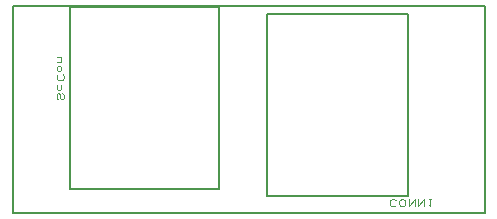
<source format=gbr>
%FSLAX23Y23*%
%MOIN*%
G04 EasyPC Gerber Version 17.0 Build 3379 *
%ADD93C,0.00197*%
%ADD81C,0.00500*%
%ADD94C,0.00800*%
X0Y0D02*
D02*
D81*
X1118Y891D02*
X1589D01*
Y285*
X1118*
Y891*
X1844Y228D02*
X270D01*
Y918*
X1844*
Y228*
D02*
D93*
X423Y607D02*
X419Y609D01*
X417Y613*
Y621*
X419Y625*
X423Y627*
X427Y625*
X429Y621*
Y613*
X431Y609*
X435Y607*
X439Y609*
X441Y613*
Y621*
X439Y625*
X435Y627*
X431Y655D02*
X433Y651D01*
Y645*
X431Y641*
X427Y639*
X423*
X419Y641*
X417Y645*
Y651*
X419Y655*
X421Y690D02*
X419Y688D01*
X417Y684*
Y678*
X419Y674*
X421Y672*
X425Y670*
X433*
X437Y672*
X439Y674*
X441Y678*
Y684*
X439Y688*
X437Y690*
X423Y702D02*
X419Y704D01*
X417Y708*
Y712*
X419Y716*
X423Y718*
X427*
X431Y716*
X433Y712*
Y708*
X431Y704*
X427Y702*
X423*
X417Y733D02*
X433D01*
X427D02*
X431Y735D01*
X433Y739*
Y743*
X431Y747*
X427Y749*
X417*
X1547Y271D02*
X1545Y273D01*
X1541Y275*
X1535*
X1531Y273*
X1529Y271*
X1527Y267*
Y259*
X1529Y255*
X1531Y253*
X1535Y251*
X1541*
X1545Y253*
X1547Y255*
X1559Y267D02*
Y259D01*
X1561Y255*
X1563Y253*
X1567Y251*
X1571*
X1575Y253*
X1577Y255*
X1578Y259*
Y267*
X1577Y271*
X1575Y273*
X1571Y275*
X1567*
X1563Y273*
X1561Y271*
X1559Y267*
X1590Y275D02*
Y251D01*
X1610Y275*
Y251*
X1622Y275D02*
Y251D01*
X1641Y275*
Y251*
X1657Y275D02*
X1665D01*
X1661D02*
Y251D01*
X1657Y255*
D02*
D94*
X461Y307D02*
Y915D01*
X959*
Y307*
X461*
X0Y0D02*
M02*

</source>
